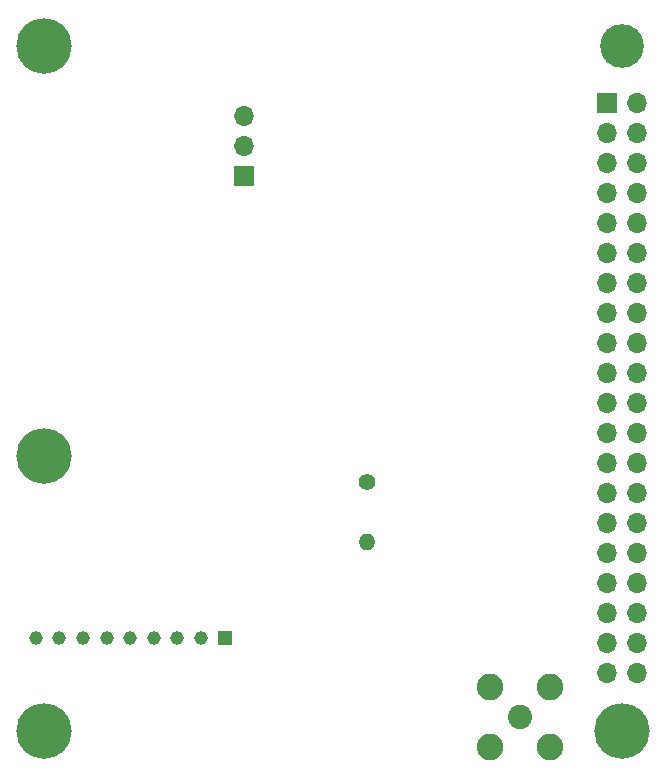
<source format=gbs>
%TF.GenerationSoftware,KiCad,Pcbnew,7.0.2-0*%
%TF.CreationDate,2024-05-08T20:56:10-07:00*%
%TF.ProjectId,RPi_interface,5250695f-696e-4746-9572-666163652e6b,1.1*%
%TF.SameCoordinates,Original*%
%TF.FileFunction,Soldermask,Bot*%
%TF.FilePolarity,Negative*%
%FSLAX46Y46*%
G04 Gerber Fmt 4.6, Leading zero omitted, Abs format (unit mm)*
G04 Created by KiCad (PCBNEW 7.0.2-0) date 2024-05-08 20:56:10*
%MOMM*%
%LPD*%
G01*
G04 APERTURE LIST*
%ADD10C,4.700000*%
%ADD11R,1.150000X1.150000*%
%ADD12C,1.150000*%
%ADD13C,3.700000*%
%ADD14C,1.400000*%
%ADD15O,1.400000X1.400000*%
%ADD16C,2.050000*%
%ADD17C,2.250000*%
%ADD18R,1.700000X1.700000*%
%ADD19O,1.700000X1.700000*%
G04 APERTURE END LIST*
D10*
%TO.C,H5*%
X93500000Y-86200000D03*
%TD*%
D11*
%TO.C,J2*%
X108825000Y-101600000D03*
D12*
X106824999Y-101600000D03*
X104825000Y-101600000D03*
X102824999Y-101600000D03*
X100825001Y-101600000D03*
X98825000Y-101600000D03*
X96825001Y-101600000D03*
X94825000Y-101600000D03*
X92824999Y-101600000D03*
%TD*%
D13*
%TO.C,H2*%
X142500000Y-51500000D03*
%TD*%
D10*
%TO.C,H4*%
X142500000Y-109500000D03*
%TD*%
%TO.C,H1*%
X93500000Y-51500000D03*
%TD*%
D14*
%TO.C,TH1*%
X120900000Y-88460000D03*
D15*
X120900000Y-93540000D03*
%TD*%
D10*
%TO.C,H3*%
X93500000Y-109500000D03*
%TD*%
D16*
%TO.C,J4*%
X133830000Y-108335000D03*
D17*
X131290000Y-105795000D03*
X131290000Y-110875000D03*
X136370000Y-105795000D03*
X136370000Y-110875000D03*
%TD*%
D18*
%TO.C,J3*%
X110500000Y-62540000D03*
D19*
X110500000Y-60000000D03*
X110500000Y-57460000D03*
%TD*%
D18*
%TO.C,J1*%
X141230000Y-56370000D03*
D19*
X143770000Y-56370000D03*
X141230000Y-58910000D03*
X143770000Y-58910000D03*
X141230000Y-61450000D03*
X143770000Y-61450000D03*
X141230000Y-63990000D03*
X143770000Y-63990000D03*
X141230000Y-66530000D03*
X143770000Y-66530000D03*
X141230000Y-69070000D03*
X143770000Y-69070000D03*
X141230000Y-71610000D03*
X143770000Y-71610000D03*
X141230000Y-74150000D03*
X143770000Y-74150000D03*
X141230000Y-76690000D03*
X143770000Y-76690000D03*
X141230000Y-79230000D03*
X143770000Y-79230000D03*
X141230000Y-81770000D03*
X143770000Y-81770000D03*
X141230000Y-84310000D03*
X143770000Y-84310000D03*
X141230000Y-86850000D03*
X143770000Y-86850000D03*
X141230000Y-89390000D03*
X143770000Y-89390000D03*
X141230000Y-91930000D03*
X143770000Y-91930000D03*
X141230000Y-94470000D03*
X143770000Y-94470000D03*
X141230000Y-97010000D03*
X143770000Y-97010000D03*
X141230000Y-99550000D03*
X143770000Y-99550000D03*
X141230000Y-102090000D03*
X143770000Y-102090000D03*
X141230000Y-104630000D03*
X143770000Y-104630000D03*
%TD*%
M02*

</source>
